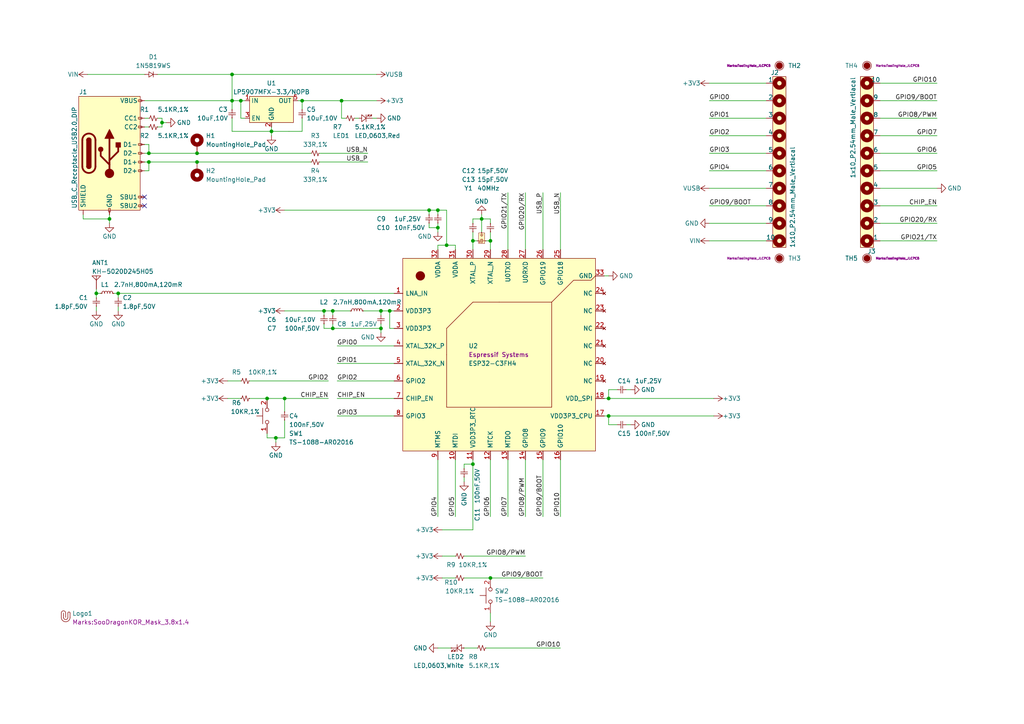
<source format=kicad_sch>
(kicad_sch (version 20250114) (generator "eeschema") (generator_version "9.0")
  (paper "A4")
  (title_block (rev "1") (company "Geekble") (comment 1 "2-Layer, 1-Oz, JLC PCB Fabrication") (comment 4 "SooDragon"))
  (junction (at 27.94 85.09))
  (junction (at 99.06 29.21))
  (junction (at 176.53 120.65))
  (junction (at 113.03 90.17))
  (junction (at 127 60.96))
  (junction (at 67.31 21.59))
  (junction (at 67.31 29.21))
  (junction (at 43.18 46.99))
  (junction (at 69.85 29.21))
  (junction (at 139.7 63.5))
  (junction (at 57.15 44.45))
  (junction (at 129.54 71.12))
  (junction (at 137.16 134.62))
  (junction (at 78.74 38.1))
  (junction (at 96.52 95.25))
  (junction (at 110.49 95.25))
  (junction (at 34.29 85.09))
  (junction (at 124.46 60.96))
  (junction (at 96.52 90.17))
  (junction (at 57.15 46.99))
  (junction (at 77.47 115.57))
  (junction (at 46.99 35.56))
  (junction (at 142.24 69.85))
  (junction (at 137.16 69.85))
  (junction (at 87.63 29.21))
  (junction (at 176.53 115.57))
  (junction (at 110.49 90.17))
  (junction (at 142.24 167.64))
  (junction (at 43.18 44.45))
  (junction (at 127 66.04))
  (junction (at 93.98 90.17))
  (junction (at 80.01 127))
  (junction (at 82.55 115.57))
  (junction (at 31.75 63.5))
  (no_connect (at 41.91 59.69))
  (no_connect (at 41.91 57.15))
  (wire (pts (xy 127 60.96) (xy 124.46 60.96)))
  (wire (pts (xy 27.94 88.9) (xy 27.94 90.17)))
  (wire (pts (xy 93.98 93.98) (xy 93.98 95.25)))
  (wire (pts (xy 33.02 85.09) (xy 34.29 85.09)))
  (wire (pts (xy 93.98 95.25) (xy 96.52 95.25)))
  (wire (pts (xy 67.31 29.21) (xy 69.85 29.21)))
  (wire (pts (xy 31.75 63.5) (xy 24.13 63.5)))
  (wire (pts (xy 66.04 110.49) (xy 69.85 110.49)))
  (wire (pts (xy 92.71 44.45) (xy 106.68 44.45)))
  (wire (pts (xy 127 72.39) (xy 127 71.12)))
  (wire (pts (xy 31.75 62.23) (xy 31.75 63.5)))
  (wire (pts (xy 82.55 127) (xy 82.55 121.92)))
  (wire (pts (xy 134.62 134.62) (xy 137.16 134.62)))
  (wire (pts (xy 92.71 46.99) (xy 106.68 46.99)))
  (wire (pts (xy 110.49 90.17) (xy 113.03 90.17)))
  (wire (pts (xy 222.25 59.69) (xy 205.74 59.69)))
  (wire (pts (xy 43.18 44.45) (xy 57.15 44.45)))
  (wire (pts (xy 137.16 69.85) (xy 137.16 72.39)))
  (wire (pts (xy 140.97 187.96) (xy 162.56 187.96)))
  (wire (pts (xy 147.32 72.39) (xy 147.32 55.88)))
  (wire (pts (xy 222.25 29.21) (xy 205.74 29.21)))
  (wire (pts (xy 147.32 149.86) (xy 147.32 133.35)))
  (wire (pts (xy 137.16 63.5) (xy 137.16 64.77)))
  (wire (pts (xy 97.79 105.41) (xy 114.3 105.41)))
  (wire (pts (xy 137.16 134.62) (xy 137.16 153.67)))
  (wire (pts (xy 134.62 135.89) (xy 134.62 134.62)))
  (wire (pts (xy 82.55 90.17) (xy 93.98 90.17)))
  (wire (pts (xy 27.94 83.82) (xy 27.94 85.09)))
  (wire (pts (xy 179.07 123.19) (xy 176.53 123.19)))
  (wire (pts (xy 45.72 36.83) (xy 46.99 36.83)))
  (wire (pts (xy 110.49 93.98) (xy 110.49 95.25)))
  (wire (pts (xy 176.53 113.03) (xy 179.07 113.03)))
  (wire (pts (xy 25.4 21.59) (xy 41.91 21.59)))
  (wire (pts (xy 41.91 41.91) (xy 43.18 41.91)))
  (wire (pts (xy 127 66.04) (xy 127 67.31)))
  (wire (pts (xy 142.24 64.77) (xy 142.24 63.5)))
  (wire (pts (xy 127 187.96) (xy 130.81 187.96)))
  (wire (pts (xy 43.18 46.99) (xy 43.18 49.53)))
  (wire (pts (xy 181.61 123.19) (xy 182.88 123.19)))
  (wire (pts (xy 157.48 72.39) (xy 157.48 55.88)))
  (wire (pts (xy 99.06 29.21) (xy 109.22 29.21)))
  (wire (pts (xy 45.72 21.59) (xy 67.31 21.59)))
  (wire (pts (xy 67.31 31.75) (xy 67.31 29.21)))
  (wire (pts (xy 86.36 29.21) (xy 87.63 29.21)))
  (wire (pts (xy 77.47 115.57) (xy 82.55 115.57)))
  (wire (pts (xy 105.41 90.17) (xy 110.49 90.17)))
  (wire (pts (xy 181.61 113.03) (xy 182.88 113.03)))
  (wire (pts (xy 46.99 35.56) (xy 46.99 34.29)))
  (wire (pts (xy 57.15 44.45) (xy 90.17 44.45)))
  (wire (pts (xy 93.98 91.44) (xy 93.98 90.17)))
  (wire (pts (xy 78.74 38.1) (xy 78.74 36.83)))
  (wire (pts (xy 27.94 85.09) (xy 27.94 86.36)))
  (wire (pts (xy 157.48 149.86) (xy 157.48 133.35)))
  (wire (pts (xy 97.79 110.49) (xy 114.3 110.49)))
  (wire (pts (xy 142.24 69.85) (xy 142.24 72.39)))
  (wire (pts (xy 176.53 115.57) (xy 207.01 115.57)))
  (wire (pts (xy 41.91 49.53) (xy 43.18 49.53)))
  (wire (pts (xy 99.06 34.29) (xy 100.33 34.29)))
  (wire (pts (xy 80.01 127) (xy 80.01 128.27)))
  (wire (pts (xy 113.03 95.25) (xy 113.03 90.17)))
  (wire (pts (xy 87.63 29.21) (xy 87.63 31.75)))
  (wire (pts (xy 87.63 29.21) (xy 99.06 29.21)))
  (wire (pts (xy 134.62 167.64) (xy 142.24 167.64)))
  (wire (pts (xy 87.63 34.29) (xy 87.63 38.1)))
  (wire (pts (xy 128.27 167.64) (xy 132.08 167.64)))
  (wire (pts (xy 82.55 60.96) (xy 124.46 60.96)))
  (wire (pts (xy 152.4 149.86) (xy 152.4 133.35)))
  (wire (pts (xy 127 64.77) (xy 127 66.04)))
  (wire (pts (xy 222.25 34.29) (xy 205.74 34.29)))
  (wire (pts (xy 129.54 71.12) (xy 132.08 71.12)))
  (wire (pts (xy 124.46 64.77) (xy 124.46 66.04)))
  (wire (pts (xy 71.12 34.29) (xy 69.85 34.29)))
  (wire (pts (xy 137.16 67.31) (xy 137.16 69.85)))
  (wire (pts (xy 72.39 115.57) (xy 77.47 115.57)))
  (wire (pts (xy 127 149.86) (xy 127 133.35)))
  (wire (pts (xy 77.47 127) (xy 80.01 127)))
  (wire (pts (xy 142.24 167.64) (xy 157.48 167.64)))
  (wire (pts (xy 142.24 63.5) (xy 139.7 63.5)))
  (wire (pts (xy 142.24 67.31) (xy 142.24 69.85)))
  (wire (pts (xy 66.04 115.57) (xy 69.85 115.57)))
  (wire (pts (xy 132.08 71.12) (xy 132.08 72.39)))
  (wire (pts (xy 95.25 110.49) (xy 72.39 110.49)))
  (wire (pts (xy 41.91 29.21) (xy 67.31 29.21)))
  (wire (pts (xy 176.53 115.57) (xy 175.26 115.57)))
  (wire (pts (xy 80.01 127) (xy 82.55 127)))
  (wire (pts (xy 82.55 115.57) (xy 82.55 119.38)))
  (wire (pts (xy 127 60.96) (xy 129.54 60.96)))
  (wire (pts (xy 102.87 34.29) (xy 104.14 34.29)))
  (wire (pts (xy 142.24 149.86) (xy 142.24 133.35)))
  (wire (pts (xy 127 71.12) (xy 129.54 71.12)))
  (wire (pts (xy 134.62 161.29) (xy 152.4 161.29)))
  (wire (pts (xy 222.25 54.61) (xy 205.74 54.61)))
  (wire (pts (xy 78.74 38.1) (xy 78.74 39.37)))
  (wire (pts (xy 34.29 90.17) (xy 34.29 88.9)))
  (wire (pts (xy 41.91 46.99) (xy 43.18 46.99)))
  (wire (pts (xy 127 60.96) (xy 127 62.23)))
  (wire (pts (xy 41.91 34.29) (xy 43.18 34.29)))
  (wire (pts (xy 222.25 44.45) (xy 205.74 44.45)))
  (wire (pts (xy 107.95 34.29) (xy 109.22 34.29)))
  (wire (pts (xy 162.56 149.86) (xy 162.56 133.35)))
  (wire (pts (xy 110.49 95.25) (xy 110.49 96.52)))
  (wire (pts (xy 124.46 66.04) (xy 127 66.04)))
  (wire (pts (xy 97.79 100.33) (xy 114.3 100.33)))
  (wire (pts (xy 140.97 69.85) (xy 142.24 69.85)))
  (wire (pts (xy 255.27 24.13) (xy 271.78 24.13)))
  (wire (pts (xy 34.29 85.09) (xy 114.3 85.09)))
  (wire (pts (xy 124.46 60.96) (xy 124.46 62.23)))
  (wire (pts (xy 69.85 34.29) (xy 69.85 29.21)))
  (wire (pts (xy 134.62 187.96) (xy 138.43 187.96)))
  (wire (pts (xy 69.85 29.21) (xy 71.12 29.21)))
  (wire (pts (xy 205.74 49.53) (xy 222.25 49.53)))
  (wire (pts (xy 271.78 34.29) (xy 255.27 34.29)))
  (wire (pts (xy 97.79 120.65) (xy 114.3 120.65)))
  (wire (pts (xy 137.16 153.67) (xy 128.27 153.67)))
  (wire (pts (xy 138.43 69.85) (xy 137.16 69.85)))
  (wire (pts (xy 162.56 72.39) (xy 162.56 55.88)))
  (wire (pts (xy 255.27 64.77) (xy 271.78 64.77)))
  (wire (pts (xy 109.22 21.59) (xy 67.31 21.59)))
  (wire (pts (xy 271.78 39.37) (xy 255.27 39.37)))
  (wire (pts (xy 41.91 44.45) (xy 43.18 44.45)))
  (wire (pts (xy 176.53 115.57) (xy 176.53 113.03)))
  (wire (pts (xy 96.52 93.98) (xy 96.52 95.25)))
  (wire (pts (xy 96.52 90.17) (xy 96.52 91.44)))
  (wire (pts (xy 222.25 64.77) (xy 205.74 64.77)))
  (wire (pts (xy 43.18 46.99) (xy 57.15 46.99)))
  (wire (pts (xy 255.27 59.69) (xy 271.78 59.69)))
  (wire (pts (xy 96.52 90.17) (xy 101.6 90.17)))
  (wire (pts (xy 271.78 44.45) (xy 255.27 44.45)))
  (wire (pts (xy 31.75 63.5) (xy 31.75 64.77)))
  (wire (pts (xy 271.78 49.53) (xy 255.27 49.53)))
  (wire (pts (xy 24.13 63.5) (xy 24.13 62.23)))
  (wire (pts (xy 46.99 36.83) (xy 46.99 35.56)))
  (wire (pts (xy 27.94 85.09) (xy 29.21 85.09)))
  (wire (pts (xy 139.7 63.5) (xy 137.16 63.5)))
  (wire (pts (xy 93.98 90.17) (xy 96.52 90.17)))
  (wire (pts (xy 45.72 34.29) (xy 46.99 34.29)))
  (wire (pts (xy 110.49 90.17) (xy 110.49 91.44)))
  (wire (pts (xy 128.27 161.29) (xy 132.08 161.29)))
  (wire (pts (xy 67.31 34.29) (xy 67.31 38.1)))
  (wire (pts (xy 132.08 149.86) (xy 132.08 133.35)))
  (wire (pts (xy 255.27 54.61) (xy 271.78 54.61)))
  (wire (pts (xy 97.79 115.57) (xy 114.3 115.57)))
  (wire (pts (xy 176.53 120.65) (xy 207.01 120.65)))
  (wire (pts (xy 152.4 72.39) (xy 152.4 55.88)))
  (wire (pts (xy 114.3 95.25) (xy 113.03 95.25)))
  (wire (pts (xy 82.55 115.57) (xy 95.25 115.57)))
  (wire (pts (xy 176.53 123.19) (xy 176.53 120.65)))
  (wire (pts (xy 77.47 125.73) (xy 77.47 127)))
  (wire (pts (xy 34.29 85.09) (xy 34.29 86.36)))
  (wire (pts (xy 41.91 36.83) (xy 43.18 36.83)))
  (wire (pts (xy 222.25 39.37) (xy 205.74 39.37)))
  (wire (pts (xy 57.15 46.99) (xy 90.17 46.99)))
  (wire (pts (xy 205.74 69.85) (xy 222.25 69.85)))
  (wire (pts (xy 113.03 90.17) (xy 114.3 90.17)))
  (wire (pts (xy 175.26 80.01) (xy 176.53 80.01)))
  (wire (pts (xy 43.18 41.91) (xy 43.18 44.45)))
  (wire (pts (xy 222.25 24.13) (xy 205.74 24.13)))
  (wire (pts (xy 175.26 120.65) (xy 176.53 120.65)))
  (wire (pts (xy 139.7 63.5) (xy 139.7 67.31)))
  (wire (pts (xy 87.63 38.1) (xy 78.74 38.1)))
  (wire (pts (xy 271.78 29.21) (xy 255.27 29.21)))
  (wire (pts (xy 46.99 35.56) (xy 48.26 35.56)))
  (wire (pts (xy 67.31 21.59) (xy 67.31 29.21)))
  (wire (pts (xy 67.31 38.1) (xy 78.74 38.1)))
  (wire (pts (xy 134.62 139.7) (xy 134.62 138.43)))
  (wire (pts (xy 139.7 62.23) (xy 139.7 63.5)))
  (wire (pts (xy 142.24 177.8) (xy 142.24 180.34)))
  (wire (pts (xy 99.06 29.21) (xy 99.06 34.29)))
  (wire (pts (xy 255.27 69.85) (xy 271.78 69.85)))
  (wire (pts (xy 129.54 60.96) (xy 129.54 71.12)))
  (wire (pts (xy 137.16 133.35) (xy 137.16 134.62)))
  (wire (pts (xy 96.52 95.25) (xy 110.49 95.25)))
  (label "GPIO8{slash}PWM" (at 152.4 161.29 180))
  (label "GPIO1" (at 97.79 105.41 0))
  (label "GPIO6" (at 142.24 149.86 90))
  (label "GPIO2" (at 95.25 110.49 180))
  (label "GPIO9{slash}BOOT" (at 205.74 59.69 0))
  (label "GPIO0" (at 97.79 100.33 0))
  (label "GPIO5" (at 271.78 49.53 180))
  (label "GPIO10" (at 162.56 187.96 180))
  (label "GPIO8{slash}PWM" (at 152.4 149.86 90))
  (label "GPIO20{slash}RX" (at 152.4 55.88 270))
  (label "GPIO2" (at 205.74 39.37 0))
  (label "GPIO2" (at 97.79 110.49 0))
  (label "GPIO21{slash}TX" (at 271.78 69.85 180))
  (label "USB_N" (at 162.56 55.88 270))
  (label "GPIO21{slash}TX" (at 147.32 55.88 270))
  (label "GPIO5" (at 132.08 149.86 90))
  (label "GPIO3" (at 97.79 120.65 0))
  (label "GPIO9{slash}BOOT" (at 157.48 149.86 90))
  (label "CHIP_EN" (at 97.79 115.57 0))
  (label "GPIO7" (at 147.32 149.86 90))
  (label "USB_P" (at 106.68 46.99 180))
  (label "GPIO3" (at 205.74 44.45 0))
  (label "GPIO10" (at 271.78 24.13 180))
  (label "CHIP_EN" (at 271.78 59.69 180))
  (label "GPIO4" (at 127 149.86 90))
  (label "GPIO20{slash}RX" (at 271.78 64.77 180))
  (label "USB_P" (at 157.48 55.88 270))
  (label "GPIO0" (at 205.74 29.21 0))
  (label "GPIO1" (at 205.74 34.29 0))
  (label "USB_N" (at 106.68 44.45 180))
  (label "GPIO6" (at 271.78 44.45 180))
  (label "GPIO10" (at 162.56 149.86 90))
  (label "GPIO7" (at 271.78 39.37 180))
  (label "CHIP_EN" (at 95.25 115.57 180))
  (label "GPIO4" (at 205.74 49.53 0))
  (label "GPIO9{slash}BOOT" (at 157.48 167.64 180))
  (label "GPIO8{slash}PWM" (at 271.78 34.29 180))
  (label "GPIO9{slash}BOOT" (at 271.78 29.21 180))
  (symbol (lib_id "Resistors:5.1KR,1%") (at 44.45 34.29 0) (unit 1)
    (property "Reference" "R1" (at 41.91 31.75 0))
    (property "Value" "5.1KR,1%" (at 45.72 31.75 0) (effects (justify left)))
    (property "Footprint" "Resistors:R_0402" (effects (hide yes)))
    (property "Datasheet" "https://datasheet.lcsc.com/szlcsc/Uniroyal-Elec-0402WGF5101TCE_C25905.pdf" (effects (hide yes)))
    (property "LCSC" "C25905" (effects (hide yes)))
    (property "Manufacturer Part Number" "0402WGF5101TCE" (effects (hide yes)))
    (property "Manufacturer" "Uniroyal Elec" (effects (hide yes)))
    (property "Library Type" "Basic" (effects (hide yes)))
  )
  (symbol (lib_id "Marks:MountingHole_Pad") (at 57.15 49.53 180) (unit 1)
    (property "Reference" "H2" (at 59.69 49.5299 0) (effects (justify right)))
    (property "Value" "MountingHole_Pad" (at 59.69 52.0699 0) (effects (justify right)))
    (property "Footprint" "Connectors:1x1_1.0piPad_SMD" (effects (hide yes)))
    (property "Description" "Mounting Hole with connection" (effects (hide yes)))
  )
  (symbol (lib_id "power:+3V3") (at 128.27 161.29 90) (unit 1)
    (property "Reference" "#PWR018" (effects (hide yes)))
    (property "Value" "+3V3" (at 125.73 161.29 90) (effects (justify left)))
  )
  (symbol (lib_id "Resistors:10KR,1%") (at 71.12 110.49 0) (unit 1)
    (property "Reference" "R5" (at 68.58 107.95 0))
    (property "Value" "10KR,1%" (at 76.2 107.95 0))
    (property "Footprint" "Resistors:R_0402" (effects (hide yes)))
    (property "Datasheet" "https://datasheet.lcsc.com/szlcsc/Uniroyal-Elec-0402WGF1002TCE_C25744.pdf" (effects (hide yes)))
    (property "LCSC" "C25744" (effects (hide yes)))
    (property "Manufacturer Part Number" "0402WGF1002TCE" (effects (hide yes)))
    (property "Manufacturer" "Uniroyal Elec" (effects (hide yes)))
    (property "Library Type" "Basic" (effects (hide yes)))
  )
  (symbol (lib_id "power:GND") (at 110.49 96.52 0) (unit 1)
    (property "Reference" "#PWR015" (effects (hide yes)))
    (property "Value" "GND" (at 106.68 97.79 0))
  )
  (symbol (lib_id "Resistors:5.1KR,1%") (at 44.45 36.83 0) (unit 1)
    (property "Reference" "R2" (at 41.91 39.37 0))
    (property "Value" "5.1KR,1%" (at 45.72 39.37 0) (effects (justify left)))
    (property "Footprint" "Resistors:R_0402" (effects (hide yes)))
    (property "Datasheet" "https://datasheet.lcsc.com/szlcsc/Uniroyal-Elec-0402WGF5101TCE_C25905.pdf" (effects (hide yes)))
    (property "LCSC" "C25905" (effects (hide yes)))
    (property "Manufacturer Part Number" "0402WGF5101TCE" (effects (hide yes)))
    (property "Manufacturer" "Uniroyal Elec" (effects (hide yes)))
    (property "Library Type" "Basic" (effects (hide yes)))
  )
  (symbol (lib_id "Pushbutton_Switches_Relays:TS-1088-AR02016") (at 144.78 172.72 90) (unit 1)
    (property "Reference" "SW2" (at 143.51 171.45 90) (effects (justify right)))
    (property "Value" "TS-1088-AR02016" (at 143.51 173.99 90) (effects (justify right)))
    (property "Footprint" "Pushbutton_Switches_Relays:TS-1088-AR020" (effects (hide yes)))
    (property "Datasheet" "https://datasheet.lcsc.com/lcsc/2304140030_XUNPU-TS-1088-AR02016_C720477.pdf" (effects (hide yes)))
    (property "Manufacturer" "XUNPU" (effects (hide yes)))
    (property "Manufacturer Part Number" "TS-1088-AR02016" (effects (hide yes)))
    (property "LCSC" "C720477" (effects (hide yes)))
    (property "Library Type" "Extended" (effects (hide yes)))
  )
  (symbol (lib_id "Capacitors:100nF,50V") (at 134.62 137.16 90) (unit 1)
    (property "Reference" "C11" (at 138.43 147.32 0) (effects (justify right)))
    (property "Value" "100nF,50V" (at 138.43 135.89 0) (effects (justify right)))
    (property "Footprint" "Capacitors:C_0402" (effects (hide yes)))
    (property "Datasheet" "https://datasheet.lcsc.com/lcsc/1810191222_Samsung-Electro-Mechanics-CL05B104KB54PNC_C307331.pdf" (effects (hide yes)))
    (property "LCSC" "C307331" (effects (hide yes)))
    (property "Manufacturer Part Number" "CL05B104KB54PNC" (effects (hide yes)))
    (property "Manufacturer" "Samsung Electro-Mechanics" (effects (hide yes)))
    (property "Library Type" "Basic" (effects (hide yes)))
  )
  (symbol (lib_name "5.1KR,1%_1") (lib_id "Resistors:5.1KR,1%") (at 139.7 187.96 0) (unit 1)
    (property "Reference" "R8" (at 135.89 190.5 0) (effects (justify left)))
    (property "Value" "5.1KR,1%" (at 135.89 193.04 0) (effects (justify left)))
    (property "Footprint" "Resistors:R_0402" (effects (hide yes)))
    (property "Datasheet" "https://datasheet.lcsc.com/szlcsc/Uniroyal-Elec-0402WGF5101TCE_C25905.pdf" (effects (hide yes)))
    (property "LCSC" "C25905" (effects (hide yes)))
    (property "Manufacturer Part Number" "0402WGF5101TCE" (effects (hide yes)))
    (property "Manufacturer" "Uniroyal Elec" (effects (hide yes)))
    (property "Library Type" "Basic" (effects (hide yes)))
  )
  (symbol (lib_id "Pushbutton_Switches_Relays:TS-1088-AR02016") (at 80.01 120.65 90) (unit 1)
    (property "Reference" "SW1" (at 83.82 125.73 90) (effects (justify right)))
    (property "Value" "TS-1088-AR02016" (at 83.82 128.27 90) (effects (justify right)))
    (property "Footprint" "Pushbutton_Switches_Relays:TS-1088-AR020" (effects (hide yes)))
    (property "Datasheet" "https://datasheet.lcsc.com/lcsc/2304140030_XUNPU-TS-1088-AR02016_C720477.pdf" (effects (hide yes)))
    (property "Manufacturer" "XUNPU" (effects (hide yes)))
    (property "Manufacturer Part Number" "TS-1088-AR02016" (effects (hide yes)))
    (property "LCSC" "C720477" (effects (hide yes)))
    (property "Library Type" "Extended" (effects (hide yes)))
  )
  (symbol (lib_id "Marks:ToolingHole") (at 251.46 74.93 0) (unit 1)
    (property "Reference" "TH5" (at 245.11 74.93 0) (effects (justify left)))
    (property "Value" "ToolingHole" (effects (hide yes)))
    (property "Footprint" "Marks:ToolingHole_JLCPCB" (at 254 74.93 0) (effects (font (size 0.635 0.635)) (justify left)))
  )
  (symbol (lib_id "Capacitors:1uF,25V") (at 180.34 113.03 180) (unit 1)
    (property "Reference" "C14" (at 179.07 110.49 0) (effects (justify right)))
    (property "Value" "1uF,25V" (at 184.15 110.49 0) (effects (justify right)))
    (property "Footprint" "Capacitors:C_0402" (effects (hide yes)))
    (property "Datasheet" "https://datasheet.lcsc.com/lcsc/1811091611_Samsung-Electro-Mechanics-CL05A105KA5NQNC_C52923.pdf" (effects (hide yes)))
    (property "LCSC" "C52923" (effects (hide yes)))
    (property "Manufacturer Part Number" "CL05A105KA5NQNC" (effects (hide yes)))
    (property "Manufacturer" "Samsung Electro-Mechanics" (effects (hide yes)))
    (property "Library Type" "Basic" (effects (hide yes)))
  )
  (symbol (lib_id "Connectors:USB_C_Receptacle_USB2.0_DIP") (at 31.75 44.45 0) (unit 1)
    (property "Reference" "J1" (at 24.13 26.67 0))
    (property "Value" "USB_C_Receptacle_USB2.0_DIP" (at 21.59 45.72 90))
    (property "Footprint" "Connectors:USB_DIP,8.94x7.3mm" (effects (hide yes)))
    (property "Datasheet" "https://datasheet.lcsc.com/szlcsc/1811131825_Korean-Hroparts-Elec-TYPE-C-31-M-12_C165948.pdf" (effects (hide yes)))
    (property "LCSC" "C165948" (effects (hide yes)))
    (property "Manufacturer Part Number" "TYPE-C-31-M-12" (effects (hide yes)))
    (property "Manufacturer" "Korean Hroparts Elec" (effects (hide yes)))
    (property "Library Type" "Extended" (effects (hide yes)))
  )
  (symbol (lib_id "Capacitors:1uF,25V") (at 110.49 92.71 90) (unit 1)
    (property "Reference" "C8" (at 97.79 93.98 90) (effects (justify right)))
    (property "Value" "1uF,25V" (at 101.6 93.98 90) (effects (justify right)))
    (property "Footprint" "Capacitors:C_0402" (effects (hide yes)))
    (property "Datasheet" "https://datasheet.lcsc.com/lcsc/1811091611_Samsung-Electro-Mechanics-CL05A105KA5NQNC_C52923.pdf" (effects (hide yes)))
    (property "LCSC" "C52923" (effects (hide yes)))
    (property "Manufacturer Part Number" "CL05A105KA5NQNC" (effects (hide yes)))
    (property "Manufacturer" "Samsung Electro-Mechanics" (effects (hide yes)))
    (property "Library Type" "Basic" (effects (hide yes)))
  )
  (symbol (lib_id "power:+3V3") (at 128.27 167.64 90) (unit 1)
    (property "Reference" "#PWR019" (effects (hide yes)))
    (property "Value" "+3V3" (at 125.73 167.64 90) (effects (justify left)))
  )
  (symbol (lib_id "power:+3V3") (at 109.22 29.21 270) (unit 1)
    (property "Reference" "#PWR013" (effects (hide yes)))
    (property "Value" "+3V3" (at 111.76 29.21 90) (effects (justify left)))
  )
  (symbol (lib_id "power:GND") (at 27.94 90.17 0) (unit 1)
    (property "Reference" "#PWR01" (effects (hide yes)))
    (property "Value" "GND" (at 27.94 93.98 0))
  )
  (symbol (lib_id "Capacitors:10nF,50V") (at 127 63.5 90) (unit 1)
    (property "Reference" "C10" (at 109.22 66.04 90) (effects (justify right)))
    (property "Value" "10nF,50V" (at 114.3 66.04 90) (effects (justify right)))
    (property "Footprint" "Capacitors:C_0402" (effects (hide yes)))
    (property "Datasheet" "https://datasheet.lcsc.com/lcsc/1810191223_Samsung-Electro-Mechanics-CL05B103KB5NNNC_C15195.pdf" (effects (hide yes)))
    (property "LCSC" "C15195" (effects (hide yes)))
    (property "Manufacturer Part Number" "CL05B103KB5NNNC" (effects (hide yes)))
    (property "Manufacturer" "Samsung Electro-Mechanics" (effects (hide yes)))
    (property "Library Type" "Basic" (effects (hide yes)))
  )
  (symbol (lib_id "Diodes:LED,0603,Red") (at 106.68 34.29 180) (unit 1)
    (property "Reference" "LED1" (at 96.52 39.37 0) (effects (justify right)))
    (property "Value" "LED,0603,Red" (at 102.87 39.37 0) (effects (justify right)))
    (property "Footprint" "Diodes:LED_0603_Red" (effects (hide yes)))
    (property "Datasheet" "Hubei-KENTO-Elec-KT-0603R_C2286.pdf" (effects (hide yes)))
    (property "LCSC" "C2286" (effects (hide yes)))
    (property "Manufacturer Part Number" "KT-0603R" (effects (hide yes)))
    (property "Manufacturer" "Hubei KENTO Elec" (effects (hide yes)))
    (property "Library Type" "Basic" (effects (hide yes)))
  )
  (symbol (lib_id "Capacitors:100nF,50V") (at 180.34 123.19 180) (unit 1)
    (property "Reference" "C15" (at 179.07 125.73 0) (effects (justify right)))
    (property "Value" "100nF,50V" (at 184.15 125.73 0) (effects (justify right)))
    (property "Footprint" "Capacitors:C_0402" (effects (hide yes)))
    (property "Datasheet" "https://datasheet.lcsc.com/lcsc/1810191222_Samsung-Electro-Mechanics-CL05B104KB54PNC_C307331.pdf" (effects (hide yes)))
    (property "LCSC" "C307331" (effects (hide yes)))
    (property "Manufacturer Part Number" "CL05B104KB54PNC" (effects (hide yes)))
    (property "Manufacturer" "Samsung Electro-Mechanics" (effects (hide yes)))
    (property "Library Type" "Basic" (effects (hide yes)))
  )
  (symbol (lib_id "Capacitors:1uF,25V") (at 124.46 63.5 90) (unit 1)
    (property "Reference" "C9" (at 109.22 63.5 90) (effects (justify right)))
    (property "Value" "1uF,25V" (at 114.3 63.5 90) (effects (justify right)))
    (property "Footprint" "Capacitors:C_0402" (effects (hide yes)))
    (property "Datasheet" "https://datasheet.lcsc.com/lcsc/1811091611_Samsung-Electro-Mechanics-CL05A105KA5NQNC_C52923.pdf" (effects (hide yes)))
    (property "LCSC" "C52923" (effects (hide yes)))
    (property "Manufacturer Part Number" "CL05A105KA5NQNC" (effects (hide yes)))
    (property "Manufacturer" "Samsung Electro-Mechanics" (effects (hide yes)))
    (property "Library Type" "Basic" (effects (hide yes)))
  )
  (symbol (lib_id "Capacitors:100nF,50V") (at 82.55 120.65 90) (unit 1)
    (property "Reference" "C4" (at 83.82 120.65 90) (effects (justify right)))
    (property "Value" "100nF,50V" (at 83.82 123.19 90) (effects (justify right)))
    (property "Footprint" "Capacitors:C_0402" (effects (hide yes)))
    (property "Datasheet" "https://datasheet.lcsc.com/lcsc/1810191222_Samsung-Electro-Mechanics-CL05B104KB54PNC_C307331.pdf" (effects (hide yes)))
    (property "LCSC" "C307331" (effects (hide yes)))
    (property "Manufacturer Part Number" "CL05B104KB54PNC" (effects (hide yes)))
    (property "Manufacturer" "Samsung Electro-Mechanics" (effects (hide yes)))
    (property "Library Type" "Basic" (effects (hide yes)))
  )
  (symbol (lib_id "Capacitors:100nF,50V") (at 96.52 92.71 90) (unit 1)
    (property "Reference" "C7" (at 77.47 95.25 90) (effects (justify right)))
    (property "Value" "100nF,50V" (at 82.55 95.25 90) (effects (justify right)))
    (property "Footprint" "Capacitors:C_0402" (effects (hide yes)))
    (property "Datasheet" "https://datasheet.lcsc.com/lcsc/1810191222_Samsung-Electro-Mechanics-CL05B104KB54PNC_C307331.pdf" (effects (hide yes)))
    (property "LCSC" "C307331" (effects (hide yes)))
    (property "Manufacturer Part Number" "CL05B104KB54PNC" (effects (hide yes)))
    (property "Manufacturer" "Samsung Electro-Mechanics" (effects (hide yes)))
    (property "Library Type" "Basic" (effects (hide yes)))
  )
  (symbol (lib_id "Inductors_Chokes_Transformers:2.7nH,800mA,120mR") (at 31.75 85.09 0) (unit 1)
    (property "Reference" "L1" (at 29.21 82.55 0) (effects (justify left)))
    (property "Value" "2.7nH,800mA,120mR" (at 33.02 82.55 0) (effects (justify left)))
    (property "Footprint" "Inductors_Chokes_Transformers:L_0402" (effects (hide yes)))
    (property "Datasheet" "https://www.lcsc.com/datasheet/lcsc_datasheet_2304140030_Murata-Electronics-LQG15HS2N7S02D_C77108.pdf" (effects (hide yes)))
    (property "Description" "800mA 2.7nH 120mΩ 0402 Inductors (SMD) ROHS" (effects (hide yes)))
    (property "LCSC" "C77108" (effects (hide yes)))
    (property "Manufacturer Part Number" "LQG15HS2N7S02D" (effects (hide yes)))
    (property "Manufacturer" "Murata Electronics" (effects (hide yes)))
    (property "Library Type" "Extended" (effects (hide yes)))
  )
  (symbol (lib_name "VUSB_1") (lib_id "power:VUSB") (at 205.74 54.61 90) (unit 1)
    (property "Reference" "#PWR027" (effects (hide yes)))
    (property "Value" "VUSB" (at 203.2 54.61 90) (effects (justify left)))
  )
  (symbol (lib_name "1x10_P2.54mm_Male_Vertiacal_1") (lib_id "Connectors:1x10_P2.54mm_Male_Vertiacal") (at 222.25 24.13 0) (unit 1)
    (property "Reference" "J2" (at 223.52 21.082 0) (effects (justify left)))
    (property "Value" "1x10_P2.54mm_Male_Vertiacal" (at 229.87 71.882 90) (effects (justify left)))
    (property "Footprint" "Connectors:1x10_P2.54_CastellatedPad_PinHeader" (effects (hide yes)))
    (property "Datasheet" "https://wmsc.lcsc.com/wmsc/upload/file/pdf/v2/lcsc/2303301000_HanElectricity-2541WV-10P_C5383117.pdf" (effects (hide yes)))
    (property "Description" "Straight 2.54mm 6mm 3mm 2.54mm Plugin Plugin,P=2.54mm  Pin Headers ROHS" (effects (hide yes)))
    (property "LCSC" "C5383117" (effects (hide yes)))
    (property "Manufacturer Part Number" "2541WV-10P" (effects (hide yes)))
    (property "Manufacturer" "HanElectricity" (effects (hide yes)))
    (property "Library Type" "Extended" (effects (hide yes)))
  )
  (symbol (lib_id "power:GND") (at 109.22 34.29 90) (unit 1)
    (property "Reference" "#PWR014" (effects (hide yes)))
    (property "Value" "GND" (at 114.3 34.29 90))
  )
  (symbol (lib_id "Diodes:LED,0603,White") (at 132.08 187.96 0) (unit 1)
    (property "Reference" "LED2" (at 134.62 190.5 0) (effects (justify right)))
    (property "Value" "LED,0603,White" (at 134.62 193.04 0) (effects (justify right)))
    (property "Footprint" "Diodes:LED_0603_White" (effects (hide yes)))
    (property "Datasheet" "https://datasheet.lcsc.com/szlcsc/Hubei-KENTO-Elec-0603White-light-173-207mcd_C2290.pdf" (effects (hide yes)))
    (property "LCSC" "C2290" (effects (hide yes)))
    (property "Manufacturer Part Number" "-" (effects (hide yes)))
    (property "Manufacturer" "Hubei KENTO Elec" (effects (hide yes)))
    (property "Library Type" "Basic" (effects (hide yes)))
  )
  (symbol (lib_id "RadioFrequencyChip_Antenna:KH-5020D245H05") (at 27.94 83.82 0) (unit 1)
    (property "Reference" "ANT1" (at 26.67 76.2 0) (effects (justify left)))
    (property "Value" "KH-5020D245H05" (at 26.67 78.74 0) (effects (justify left)))
    (property "Footprint" "RadioFrequencyChip_Antenna:ANT_5020" (effects (hide yes)))
    (property "Datasheet" "https://datasheet.lcsc.com/lcsc/1912111437_Shenzhen-Kinghelm-Elec-KH-5020D245M0X_C454142.pdf" (effects (hide yes)))
    (property "Description" "2450MHz Center Frequency, 3.19dBi Peak Gain, Monopole & Single Feeding, 4W," (effects (hide yes)))
    (property "LCSC" "C45359218" (effects (hide yes)))
    (property "Manufacturer Part Number" "KH-5020D245H05" (effects (hide yes)))
    (property "Manufacturer" "Shenzhen Kinghelm Elec" (effects (hide yes)))
    (property "Library Type" "Extended" (effects (hide yes)))
  )
  (symbol (lib_id "Resistors:10KR,1%") (at 71.12 115.57 0) (unit 1)
    (property "Reference" "R6" (at 68.58 116.84 0))
    (property "Value" "10KR,1%" (at 71.12 119.38 0))
    (property "Footprint" "Resistors:R_0402" (effects (hide yes)))
    (property "Datasheet" "https://datasheet.lcsc.com/szlcsc/Uniroyal-Elec-0402WGF1002TCE_C25744.pdf" (effects (hide yes)))
    (property "LCSC" "C25744" (effects (hide yes)))
    (property "Manufacturer Part Number" "0402WGF1002TCE" (effects (hide yes)))
    (property "Manufacturer" "Uniroyal Elec" (effects (hide yes)))
    (property "Library Type" "Basic" (effects (hide yes)))
  )
  (symbol (lib_id "power:GND") (at 31.75 64.77 0) (unit 1)
    (property "Reference" "#PWR02" (effects (hide yes)))
    (property "Value" "GND" (at 31.75 68.58 0))
  )
  (symbol (lib_id "power:GND") (at 48.26 35.56 90) (unit 1)
    (property "Reference" "#PWR04" (effects (hide yes)))
    (property "Value" "GND" (at 53.34 35.56 90))
  )
  (symbol (lib_id "power:GND") (at 127 187.96 270) (unit 1)
    (property "Reference" "#PWR033" (effects (hide yes)))
    (property "Value" "GND" (at 121.92 187.96 90))
  )
  (symbol (lib_id "Capacitors:1.8pF,50V") (at 34.29 87.63 90) (unit 1)
    (property "Reference" "C2" (at 35.56 86.36 90) (effects (justify right)))
    (property "Value" "1.8pF,50V" (at 35.56 88.9 90) (effects (justify right)))
    (property "Footprint" "Capacitors:C_0402" (effects (hide yes)))
    (property "Datasheet" "https://datasheet.lcsc.com/lcsc/1811141242_YAGEO-CC0402BRNPO9BN1R8_C327209.pdf" (effects (hide yes)))
    (property "LCSC" "C327209" (effects (hide yes)))
    (property "Manufacturer Part Number" "CC0402BRNPO9BN1R8" (effects (hide yes)))
    (property "Manufacturer" "YAGEO" (effects (hide yes)))
    (property "Library Type" "Extended" (effects (hide yes)))
  )
  (symbol (lib_id "Marks:ToolingHole") (at 251.46 19.05 0) (unit 1)
    (property "Reference" "TH4" (at 245.11 19.05 0) (effects (justify left)))
    (property "Value" "ToolingHole" (effects (hide yes)))
    (property "Footprint" "Marks:ToolingHole_JLCPCB" (at 254 19.05 0) (effects (font (size 0.635 0.635)) (justify left)))
  )
  (symbol (lib_id "Resistors:10KR,1%") (at 133.35 167.64 0) (unit 1)
    (property "Reference" "R10" (at 130.81 168.91 0))
    (property "Value" "10KR,1%" (at 133.35 171.45 0))
    (property "Footprint" "Resistors:R_0402" (effects (hide yes)))
    (property "Datasheet" "https://datasheet.lcsc.com/szlcsc/Uniroyal-Elec-0402WGF1002TCE_C25744.pdf" (effects (hide yes)))
    (property "LCSC" "C25744" (effects (hide yes)))
    (property "Manufacturer Part Number" "0402WGF1002TCE" (effects (hide yes)))
    (property "Manufacturer" "Uniroyal Elec" (effects (hide yes)))
    (property "Library Type" "Basic" (effects (hide yes)))
  )
  (symbol (lib_id "Marks:ToolingHole") (at 226.06 19.05 0) (unit 1)
    (property "Reference" "TH2" (at 228.6 19.05 0) (effects (justify left)))
    (property "Value" "ToolingHole" (effects (hide yes)))
    (property "Footprint" "Marks:ToolingHole_JLCPCB" (at 210.82 19.05 0) (effects (font (size 0.635 0.635)) (justify left)))
  )
  (symbol (lib_id "power:VUSB") (at 109.22 21.59 270) (unit 1)
    (property "Reference" "#PWR011" (effects (hide yes)))
    (property "Value" "VUSB" (at 111.76 21.59 90) (effects (justify left)))
  )
  (symbol (lib_id "power:GND") (at 34.29 90.17 0) (unit 1)
    (property "Reference" "#PWR03" (effects (hide yes)))
    (property "Value" "GND" (at 34.29 93.98 0))
  )
  (symbol (lib_id "Capacitors:10uF,10V") (at 93.98 92.71 90) (unit 1)
    (property "Reference" "C6" (at 77.47 92.71 90) (effects (justify right)))
    (property "Value" "10uF,10V" (at 82.55 92.71 90) (effects (justify right)))
    (property "Footprint" "Capacitors:C_0402" (effects (hide yes)))
    (property "Datasheet" "https://datasheet.lcsc.com/lcsc/1912111437_Taiyo-Yuden-LDK105CBJ106MVLF_C386033.pdf" (effects (hide yes)))
    (property "LCSC" "C386033" (effects (hide yes)))
    (property "Manufacturer Part Number" "LDK105CBJ106MVLF" (effects (hide yes)))
    (property "Manufacturer" "Taiyo Yuden" (effects (hide yes)))
    (property "Library Type" "Extended" (effects (hide yes)))
  )
  (symbol (lib_id "power:+3V3") (at 82.55 90.17 90) (unit 1)
    (property "Reference" "#PWR010" (effects (hide yes)))
    (property "Value" "+3V3" (at 80.01 90.17 90) (effects (justify left)))
  )
  (symbol (lib_id "power:GND") (at 176.53 80.01 90) (unit 1)
    (property "Reference" "#PWR023" (effects (hide yes)))
    (property "Value" "GND" (at 181.61 80.01 90))
  )
  (symbol (lib_id "Marks:ToolingHole") (at 226.06 74.93 0) (unit 1)
    (property "Reference" "TH3" (at 228.6 74.93 0) (effects (justify left)))
    (property "Value" "ToolingHole" (effects (hide yes)))
    (property "Footprint" "Marks:ToolingHole_JLCPCB" (at 210.82 74.93 0) (effects (font (size 0.635 0.635)) (justify left)))
  )
  (symbol (lib_id "power:GND") (at 182.88 123.19 90) (unit 1)
    (property "Reference" "#PWR025" (effects (hide yes)))
    (property "Value" "GND" (at 187.96 123.19 90))
  )
  (symbol (lib_name "VIN_1") (lib_id "power:VIN") (at 205.74 69.85 90) (unit 1)
    (property "Reference" "#PWR029" (effects (hide yes)))
    (property "Value" "VIN" (at 203.2 69.85 90) (effects (justify left)))
  )
  (symbol (lib_id "power:GND") (at 127 67.31 0) (unit 1)
    (property "Reference" "#PWR016" (effects (hide yes)))
    (property "Value" "GND" (at 123.19 68.58 0))
  )
  (symbol (lib_id "Crystals:40MHz") (at 139.7 69.85 0) (unit 1)
    (property "Reference" "Y1" (at 135.89 54.61 0))
    (property "Value" "40MHz" (at 138.43 54.61 0) (effects (justify left)))
    (property "Footprint" "Crystals:SMD-3225_4P" (effects (hide yes)))
    (property "Datasheet" "https://datasheet.lcsc.com/lcsc/2103291204_YXC-X322540MPB4SI_C9010.pdf" (effects (hide yes)))
    (property "LCSC" "C9010" (effects (hide yes)))
    (property "Manufacturer Part Number" "X322540MPB4SI" (effects (hide yes)))
    (property "Manufacturer" "YXC" (effects (hide yes)))
    (property "Library Type" "Extended" (effects (hide yes)))
  )
  (symbol (lib_id "Inductors_Chokes_Transformers:2.7nH,800mA,120mR") (at 104.14 90.17 0) (unit 1)
    (property "Reference" "L2" (at 92.71 87.63 0) (effects (justify left)))
    (property "Value" "2.7nH,800mA,120mR" (at 96.52 87.63 0) (effects (justify left)))
    (property "Footprint" "Inductors_Chokes_Transformers:L_0402" (effects (hide yes)))
    (property "Datasheet" "https://www.lcsc.com/datasheet/lcsc_datasheet_2304140030_Murata-Electronics-LQG15HS2N7S02D_C77108.pdf" (effects (hide yes)))
    (property "Description" "800mA 2.7nH 120mΩ 0402 Inductors (SMD) ROHS" (effects (hide yes)))
    (property "LCSC" "C77108" (effects (hide yes)))
    (property "Manufacturer Part Number" "LQG15HS2N7S02D" (effects (hide yes)))
    (property "Manufacturer" "Murata Electronics" (effects (hide yes)))
    (property "Library Type" "Extended" (effects (hide yes)))
  )
  (symbol (lib_id "power:GND") (at 134.62 139.7 0) (unit 1)
    (property "Reference" "#PWR020" (effects (hide yes)))
    (property "Value" "GND" (at 134.62 144.78 90))
  )
  (symbol (lib_id "power:GND") (at 78.74 39.37 0) (unit 1)
    (property "Reference" "#PWR07" (effects (hide yes)))
    (property "Value" "GND" (at 78.74 43.18 0))
  )
  (symbol (lib_id "Marks:Geekble_Logo") (at 19.05 179.07 0) (unit 1)
    (property "Reference" "Logo1" (at 20.955 177.9178 0) (effects (justify left)))
    (property "Value" "Geekble_Logo" (effects (hide yes)))
    (property "Footprint" "Marks:SooDragonKOR_Mask_3.8x1.4" (at 20.955 180.4547 0) (effects (justify left)))
  )
  (symbol (lib_id "Capacitors:15pF,50V") (at 137.16 66.04 90) (mirror x) (unit 1)
    (property "Reference" "C12" (at 135.89 49.53 90))
    (property "Value" "15pF,50V" (at 138.43 49.53 90) (effects (justify right)))
    (property "Footprint" "Capacitors:C_0402" (effects (hide yes)))
    (property "Datasheet" "https://datasheet.lcsc.com/lcsc/2304140030_FH--Guangdong-Fenghua-Advanced-Tech-0402CG150J500NT_C1548.pdf" (effects (hide yes)))
    (property "LCSC" "C1548" (effects (hide yes)))
    (property "Manufacturer Part Number" "0402CG150J500NT" (effects (hide yes)))
    (property "Manufacturer" "FH (Guangdong Fenghua Advanced Tech)" (effects (hide yes)))
    (property "Library Type" "Basic" (effects (hide yes)))
  )
  (symbol (lib_id "power:+3V3") (at 207.01 120.65 270) (unit 1)
    (property "Reference" "#PWR031" (effects (hide yes)))
    (property "Value" "+3V3" (at 209.55 120.65 90) (effects (justify left)))
  )
  (symbol (lib_id "Resistors:10KR,1%") (at 133.35 161.29 0) (unit 1)
    (property "Reference" "R9" (at 130.81 163.83 0))
    (property "Value" "10KR,1%" (at 137.16 163.83 0))
    (property "Footprint" "Resistors:R_0402" (effects (hide yes)))
    (property "Datasheet" "https://datasheet.lcsc.com/szlcsc/Uniroyal-Elec-0402WGF1002TCE_C25744.pdf" (effects (hide yes)))
    (property "LCSC" "C25744" (effects (hide yes)))
    (property "Manufacturer Part Number" "0402WGF1002TCE" (effects (hide yes)))
    (property "Manufacturer" "Uniroyal Elec" (effects (hide yes)))
    (property "Library Type" "Basic" (effects (hide yes)))
  )
  (symbol (lib_id "power:+3V3") (at 82.55 60.96 90) (unit 1)
    (property "Reference" "#PWR09" (effects (hide yes)))
    (property "Value" "+3V3" (at 80.01 60.96 90) (effects (justify left)))
  )
  (symbol (lib_id "power:GND") (at 142.24 180.34 0) (unit 1)
    (property "Reference" "#PWR022" (effects (hide yes)))
    (property "Value" "GND" (at 142.24 184.15 0))
  )
  (symbol (lib_id "Diodes:1N5819WS") (at 44.45 21.59 180) (unit 1)
    (property "Reference" "D1" (at 44.45 16.51 0))
    (property "Value" "1N5819WS" (at 44.45 19.05 0))
    (property "Footprint" "Diodes:SOD-323F" (effects (hide yes)))
    (property "Datasheet" "https://datasheet.lcsc.com/lcsc/2204281430_Guangdong-Hottech-1N5819WS_C191023.pdf" (effects (hide yes)))
    (property "LCSC" "C191023" (effects (hide yes)))
    (property "Manufacturer Part Number" "1N5819WS" (effects (hide yes)))
    (property "Manufacturer" "Guangdong Hottech" (effects (hide yes)))
    (property "Library Type" "Basic" (effects (hide yes)))
  )
  (symbol (lib_id "Capacitors:10uF,10V") (at 87.63 33.02 90) (unit 1)
    (property "Reference" "C5" (at 88.9 31.75 90) (effects (justify right)))
    (property "Value" "10uF,10V" (at 88.9 34.29 90) (effects (justify right)))
    (property "Footprint" "Capacitors:C_0402" (effects (hide yes)))
    (property "Datasheet" "https://datasheet.lcsc.com/lcsc/1912111437_Taiyo-Yuden-LDK105CBJ106MVLF_C386033.pdf" (effects (hide yes)))
    (property "LCSC" "C386033" (effects (hide yes)))
    (property "Manufacturer Part Number" "LDK105CBJ106MVLF" (effects (hide yes)))
    (property "Manufacturer" "Taiyo Yuden" (effects (hide yes)))
    (property "Library Type" "Extended" (effects (hide yes)))
  )
  (symbol (lib_id "Marks:MountingHole_Pad") (at 57.15 41.91 0) (unit 1)
    (property "Reference" "H1" (at 59.69 39.3699 0) (effects (justify left)))
    (property "Value" "MountingHole_Pad" (at 59.69 41.9099 0) (effects (justify left)))
    (property "Footprint" "Connectors:1x1_1.0piPad_SMD" (effects (hide yes)))
    (property "Description" "Mounting Hole with connection" (effects (hide yes)))
  )
  (symbol (lib_id "Connectors:1x10_P2.54mm_Male_Vertiacal") (at 255.27 69.85 180) (unit 1)
    (property "Reference" "J3" (at 254 72.898 0) (effects (justify left)))
    (property "Value" "1x10_P2.54mm_Male_Vertiacal" (at 247.396 22.352 90) (effects (justify left)))
    (property "Footprint" "Connectors:1x10_P2.54_CastellatedPad_PinHeader" (effects (hide yes)))
    (property "Datasheet" "https://wmsc.lcsc.com/wmsc/upload/file/pdf/v2/lcsc/2303301000_HanElectricity-2541WV-10P_C5383117.pdf" (effects (hide yes)))
    (property "Description" "Straight 2.54mm 6mm 3mm 2.54mm Plugin Plugin,P=2.54mm  Pin Headers ROHS" (effects (hide yes)))
    (property "LCSC" "C5383117" (effects (hide yes)))
    (property "Manufacturer Part Number" "2541WV-10P" (effects (hide yes)))
    (property "Manufacturer" "HanElectricity" (effects (hide yes)))
    (property "Library Type" "Extended" (effects (hide yes)))
  )
  (symbol (lib_id "Capacitors:10uF,10V") (at 67.31 33.02 90) (unit 1)
    (property "Reference" "C3" (at 66.04 31.75 90) (effects (justify left)))
    (property "Value" "10uF,10V" (at 57.15 34.29 90) (effects (justify right)))
    (property "Footprint" "Capacitors:C_0402" (effects (hide yes)))
    (property "Datasheet" "https://datasheet.lcsc.com/lcsc/1912111437_Taiyo-Yuden-LDK105CBJ106MVLF_C386033.pdf" (effects (hide yes)))
    (property "LCSC" "C386033" (effects (hide yes)))
    (property "Manufacturer Part Number" "LDK105CBJ106MVLF" (effects (hide yes)))
    (property "Manufacturer" "Taiyo Yuden" (effects (hide yes)))
    (property "Library Type" "Extended" (effects (hide yes)))
  )
  (symbol (lib_id "power:GND") (at 182.88 113.03 90) (unit 1)
    (property "Reference" "#PWR024" (effects (hide yes)))
    (property "Value" "GND" (at 187.96 113.03 90))
  )
  (symbol (lib_id "Power_Management_ICs:LP5907MFX-3.3/NOPB") (at 78.74 31.75 0) (unit 1)
    (property "Reference" "U1" (at 78.74 24.13 0))
    (property "Value" "LP5907MFX-3.3/NOPB" (at 78.74 26.67 0))
    (property "Footprint" "Power_Management_ICs:SOT-23-5" (effects (hide yes)))
    (property "Datasheet" "https://datasheet.lcsc.com/lcsc/1810271029_Texas-Instruments-LP5907MFX-3-3-NOPB_C80670.pdf" (effects (hide yes)))
    (property "LCSC" "C80670" (effects (hide yes)))
    (property "Manufacturer Part Number" "LP5907MFX-3.3/NOPB" (effects (hide yes)))
    (property "Manufacturer" "Texas Instruments" (effects (hide yes)))
    (property "Library Type" "Extended" (effects (hide yes)))
  )
  (symbol (lib_id "power:GND") (at 139.7 62.23 0) (mirror x) (unit 1)
    (property "Reference" "#PWR021" (effects (hide yes)))
    (property "Value" "GND" (at 139.7 58.42 0))
  )
  (symbol (lib_id "power:+3V3") (at 207.01 115.57 270) (unit 1)
    (property "Reference" "#PWR030" (effects (hide yes)))
    (property "Value" "+3V3" (at 209.55 115.57 90) (effects (justify left)))
  )
  (symbol (lib_id "power:VIN") (at 25.4 21.59 90) (unit 1)
    (property "Reference" "#PWR012" (effects (hide yes)))
    (property "Value" "VIN" (at 22.86 21.59 90) (effects (justify left)))
  )
  (symbol (lib_id "power:GND") (at 205.74 64.77 270) (unit 1)
    (property "Reference" "#PWR028" (effects (hide yes)))
    (property "Value" "GND" (at 200.66 64.77 90))
  )
  (symbol (lib_id "Capacitors:15pF,50V") (at 142.24 66.04 90) (mirror x) (unit 1)
    (property "Reference" "C13" (at 135.89 52.07 90))
    (property "Value" "15pF,50V" (at 138.43 52.07 90) (effects (justify right)))
    (property "Footprint" "Capacitors:C_0402" (effects (hide yes)))
    (property "Datasheet" "https://datasheet.lcsc.com/lcsc/2304140030_FH--Guangdong-Fenghua-Advanced-Tech-0402CG150J500NT_C1548.pdf" (effects (hide yes)))
    (property "LCSC" "C1548" (effects (hide yes)))
    (property "Manufacturer Part Number" "0402CG150J500NT" (effects (hide yes)))
    (property "Manufacturer" "FH (Guangdong Fenghua Advanced Tech)" (effects (hide yes)))
    (property "Library Type" "Basic" (effects (hide yes)))
  )
  (symbol (lib_id "power:GND") (at 80.01 128.27 0) (unit 1)
    (property "Reference" "#PWR08" (effects (hide yes)))
    (property "Value" "GND" (at 80.01 132.08 0))
  )
  (symbol (lib_id "power:+3V3") (at 66.04 115.57 90) (unit 1)
    (property "Reference" "#PWR06" (effects (hide yes)))
    (property "Value" "+3V3" (at 63.5 115.57 90) (effects (justify left)))
  )
  (symbol (lib_id "power:GND") (at 271.78 54.61 90) (unit 1)
    (property "Reference" "#PWR032" (effects (hide yes)))
    (property "Value" "GND" (at 276.86 54.61 90))
  )
  (symbol (lib_id "power:+3V3") (at 128.27 153.67 90) (unit 1)
    (property "Reference" "#PWR017" (effects (hide yes)))
    (property "Value" "+3V3" (at 125.73 153.67 90) (effects (justify left)))
  )
  (symbol (lib_id "power:+3V3") (at 66.04 110.49 90) (unit 1)
    (property "Reference" "#PWR05" (effects (hide yes)))
    (property "Value" "+3V3" (at 63.5 110.49 90) (effects (justify left)))
  )
  (symbol (lib_id "Resistors:33R,1%") (at 91.44 46.99 0) (unit 1)
    (property "Reference" "R4" (at 91.44 49.53 0))
    (property "Value" "33R,1%" (at 91.44 52.07 0))
    (property "Footprint" "Resistors:R_0402" (effects (hide yes)))
    (property "Datasheet" "https://datasheet.lcsc.com/lcsc/1810301314_UNI-ROYAL-Uniroyal-Elec-0402WGF330JTCE_C25105.pdf" (effects (hide yes)))
    (property "LCSC" "C25105" (effects (hide yes)))
    (property "Manufacturer Part Number" "0402WGF330JTCE" (effects (hide yes)))
    (property "Manufacturer" "Uniroyal Elec" (effects (hide yes)))
    (property "Library Type" "Basic" (effects (hide yes)))
  )
  (symbol (lib_id "Capacitors:1.8pF,50V") (at 27.94 87.63 90) (unit 1)
    (property "Reference" "C1" (at 22.86 86.36 90) (effects (justify right)))
    (property "Value" "1.8pF,50V" (at 25.4 88.9 90) (effects (justify left)))
    (property "Footprint" "Capacitors:C_0402" (effects (hide yes)))
    (property "Datasheet" "https://datasheet.lcsc.com/lcsc/1811141242_YAGEO-CC0402BRNPO9BN1R8_C327209.pdf" (effects (hide yes)))
    (property "LCSC" "C327209" (effects (hide yes)))
    (property "Manufacturer Part Number" "CC0402BRNPO9BN1R8" (effects (hide yes)))
    (property "Manufacturer" "YAGEO" (effects (hide yes)))
    (property "Library Type" "Extended" (effects (hide yes)))
  )
  (symbol (lib_id "Resistors:33R,1%") (at 91.44 44.45 0) (unit 1)
    (property "Reference" "R3" (at 91.44 39.37 0))
    (property "Value" "33R,1%" (at 91.44 41.91 0))
    (property "Footprint" "Resistors:R_0402" (effects (hide yes)))
    (property "Datasheet" "https://datasheet.lcsc.com/lcsc/1810301314_UNI-ROYAL-Uniroyal-Elec-0402WGF330JTCE_C25105.pdf" (effects (hide yes)))
    (property "LCSC" "C25105" (effects (hide yes)))
    (property "Manufacturer Part Number" "0402WGF330JTCE" (effects (hide yes)))
    (property "Manufacturer" "Uniroyal Elec" (effects (hide yes)))
    (property "Library Type" "Basic" (effects (hide yes)))
  )
  (symbol (lib_name "5.1KR,1%_1") (lib_id "Resistors:5.1KR,1%") (at 101.6 34.29 0) (unit 1)
    (property "Reference" "R7" (at 96.52 36.83 0) (effects (justify left)))
    (property "Value" "5.1KR,1%" (at 102.87 36.83 0) (effects (justify left)))
    (property "Footprint" "Resistors:R_0402" (effects (hide yes)))
    (property "Datasheet" "https://datasheet.lcsc.com/szlcsc/Uniroyal-Elec-0402WGF5101TCE_C25905.pdf" (effects (hide yes)))
    (property "LCSC" "C25905" (effects (hide yes)))
    (property "Manufacturer Part Number" "0402WGF5101TCE" (effects (hide yes)))
    (property "Manufacturer" "Uniroyal Elec" (effects (hide yes)))
    (property "Library Type" "Basic" (effects (hide yes)))
  )
  (symbol (lib_id "Embedded_Processors_Controllers:ESP32-C3FH4") (at 144.78 102.87 0) (unit 1)
    (property "Reference" "U2" (at 135.89 100.33 0) (effects (justify left)))
    (property "Value" "ESP32-C3FH4" (at 135.89 105.41 0) (effects (justify left)))
    (property "Footprint" "Embedded_Processors_Controllers:QFN-32-EP(5x5)" (effects (hide yes)))
    (property "Datasheet" "https://datasheet.lcsc.com/szlcsc/Microchip-Tech-ATMEGA328P-AU_C14877.pdf" (effects (hide yes)))
    (property "Description" "ESP32-C3, InPackage 4MB Flash, Temp -40~105, QFN32, 22 GPIO, ChipRev v0.4" (effects (hide yes)))
    (property "LCSC" "C2858491" (effects (hide yes)))
    (property "Manufacturer Part Number" "ESP32-C3FH4" (effects (hide yes)))
    (property "Manufacturer" "Espressif Systems" (at 135.89 102.87 0) (effects (justify left)))
    (property "Library Type" "Extended" (effects (hide yes)))
  )
  (symbol (lib_id "power:+3V3") (at 205.74 24.13 90) (unit 1)
    (property "Reference" "#PWR026" (effects (hide yes)))
    (property "Value" "+3V3" (at 203.2 24.13 90) (effects (justify left)))
  )
)
</source>
